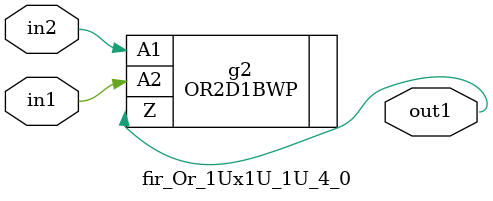
<source format=v>
`timescale 1ps / 1ps


module fir_Or_1Ux1U_1U_4_0(in2, in1, out1);
  input in2, in1;
  output out1;
  wire in2, in1;
  wire out1;
  OR2D1BWP g2(.A1 (in2), .A2 (in1), .Z (out1));
endmodule



</source>
